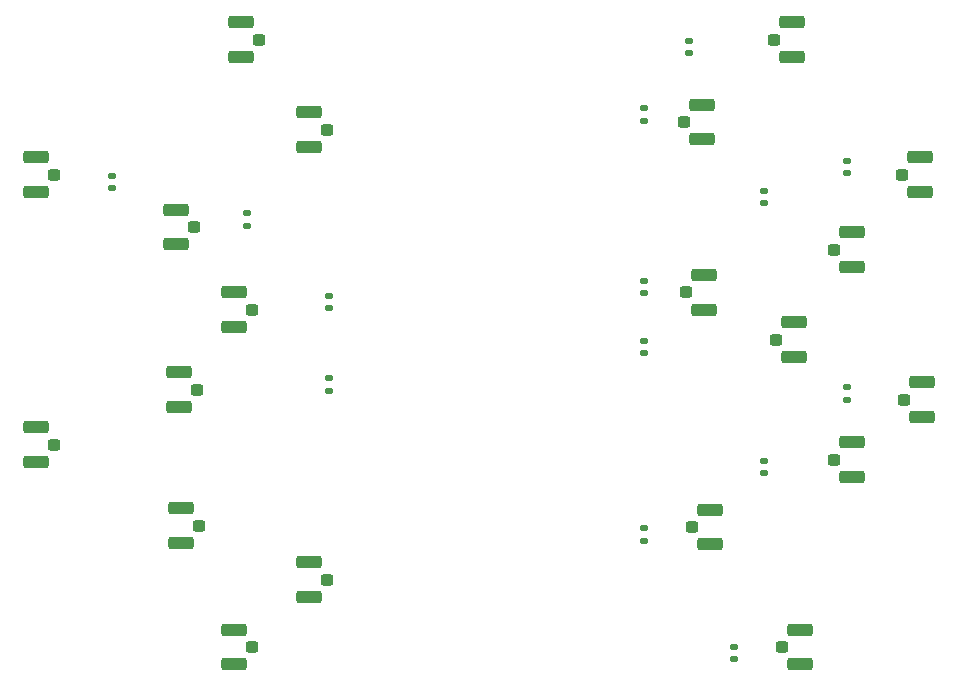
<source format=gbr>
%TF.GenerationSoftware,KiCad,Pcbnew,7.0.10*%
%TF.CreationDate,2024-03-14T12:03:47+01:00*%
%TF.ProjectId,FMC_breakout,464d435f-6272-4656-916b-6f75742e6b69,1.2*%
%TF.SameCoordinates,Original*%
%TF.FileFunction,Paste,Top*%
%TF.FilePolarity,Positive*%
%FSLAX46Y46*%
G04 Gerber Fmt 4.6, Leading zero omitted, Abs format (unit mm)*
G04 Created by KiCad (PCBNEW 7.0.10) date 2024-03-14 12:03:47*
%MOMM*%
%LPD*%
G01*
G04 APERTURE LIST*
G04 Aperture macros list*
%AMRoundRect*
0 Rectangle with rounded corners*
0 $1 Rounding radius*
0 $2 $3 $4 $5 $6 $7 $8 $9 X,Y pos of 4 corners*
0 Add a 4 corners polygon primitive as box body*
4,1,4,$2,$3,$4,$5,$6,$7,$8,$9,$2,$3,0*
0 Add four circle primitives for the rounded corners*
1,1,$1+$1,$2,$3*
1,1,$1+$1,$4,$5*
1,1,$1+$1,$6,$7*
1,1,$1+$1,$8,$9*
0 Add four rect primitives between the rounded corners*
20,1,$1+$1,$2,$3,$4,$5,0*
20,1,$1+$1,$4,$5,$6,$7,0*
20,1,$1+$1,$6,$7,$8,$9,0*
20,1,$1+$1,$8,$9,$2,$3,0*%
G04 Aperture macros list end*
%ADD10RoundRect,0.250000X0.275000X0.250000X-0.275000X0.250000X-0.275000X-0.250000X0.275000X-0.250000X0*%
%ADD11RoundRect,0.250000X0.850000X0.275000X-0.850000X0.275000X-0.850000X-0.275000X0.850000X-0.275000X0*%
%ADD12RoundRect,0.135000X-0.185000X0.135000X-0.185000X-0.135000X0.185000X-0.135000X0.185000X0.135000X0*%
%ADD13RoundRect,0.250000X-0.275000X-0.250000X0.275000X-0.250000X0.275000X0.250000X-0.275000X0.250000X0*%
%ADD14RoundRect,0.250000X-0.850000X-0.275000X0.850000X-0.275000X0.850000X0.275000X-0.850000X0.275000X0*%
%ADD15RoundRect,0.135000X0.185000X-0.135000X0.185000X0.135000X-0.185000X0.135000X-0.185000X-0.135000X0*%
G04 APERTURE END LIST*
D10*
%TO.C,J7*%
X53755000Y-67310000D03*
D11*
X52230000Y-68785000D03*
X52230000Y-65835000D03*
%TD*%
D12*
%TO.C,R4*%
X86360000Y-92835000D03*
X86360000Y-93855000D03*
%TD*%
D13*
%TO.C,J6*%
X102455000Y-102870000D03*
D14*
X103980000Y-101395000D03*
X103980000Y-104345000D03*
%TD*%
D13*
%TO.C,J4*%
X97535000Y-92710000D03*
D14*
X99060000Y-91235000D03*
X99060000Y-94185000D03*
%TD*%
D12*
%TO.C,R20*%
X96520000Y-80135000D03*
X96520000Y-81155000D03*
%TD*%
D13*
%TO.C,J2*%
X89755000Y-74295000D03*
D14*
X91280000Y-72820000D03*
X91280000Y-75770000D03*
%TD*%
D10*
%TO.C,J12*%
X48675000Y-108458000D03*
D11*
X47150000Y-109933000D03*
X47150000Y-106983000D03*
%TD*%
D12*
%TO.C,R1*%
X90170000Y-67435000D03*
X90170000Y-68455000D03*
%TD*%
D11*
%TO.C,J15*%
X34855000Y-77265000D03*
X34855000Y-80215000D03*
D10*
X36380000Y-78740000D03*
%TD*%
D13*
%TO.C,J19*%
X108170000Y-78740000D03*
D14*
X109695000Y-77265000D03*
X109695000Y-80215000D03*
%TD*%
D10*
%TO.C,J11*%
X36380000Y-101600000D03*
D11*
X34855000Y-103075000D03*
X34855000Y-100125000D03*
%TD*%
D15*
%TO.C,R5*%
X103505000Y-97790000D03*
X103505000Y-96770000D03*
%TD*%
D13*
%TO.C,J5*%
X108330000Y-97790000D03*
D14*
X109855000Y-96315000D03*
X109855000Y-99265000D03*
%TD*%
D15*
%TO.C,R14*%
X59690000Y-97030000D03*
X59690000Y-96010000D03*
%TD*%
D10*
%TO.C,J8*%
X59470000Y-74930000D03*
D11*
X57945000Y-76405000D03*
X57945000Y-73455000D03*
%TD*%
D12*
%TO.C,R6*%
X96520000Y-102995000D03*
X96520000Y-104015000D03*
%TD*%
D13*
%TO.C,J20*%
X102455000Y-85090000D03*
D14*
X103980000Y-83615000D03*
X103980000Y-86565000D03*
%TD*%
D12*
%TO.C,R15*%
X41275000Y-79885000D03*
X41275000Y-78865000D03*
%TD*%
D13*
%TO.C,J17*%
X90390000Y-108585000D03*
D14*
X91915000Y-107110000D03*
X91915000Y-110060000D03*
%TD*%
D10*
%TO.C,J10*%
X53120000Y-118745000D03*
D11*
X51595000Y-120220000D03*
X51595000Y-117270000D03*
%TD*%
D13*
%TO.C,J3*%
X89915000Y-88695000D03*
D14*
X91440000Y-87220000D03*
X91440000Y-90170000D03*
%TD*%
D10*
%TO.C,J9*%
X59470000Y-113030000D03*
D11*
X57945000Y-114505000D03*
X57945000Y-111555000D03*
%TD*%
D10*
%TO.C,J14*%
X48515000Y-96950000D03*
D11*
X46990000Y-98425000D03*
X46990000Y-95475000D03*
%TD*%
D12*
%TO.C,R17*%
X86360000Y-108710000D03*
X86360000Y-109730000D03*
%TD*%
D13*
%TO.C,J18*%
X98010000Y-118745000D03*
D14*
X99535000Y-117270000D03*
X99535000Y-120220000D03*
%TD*%
D15*
%TO.C,R3*%
X86360000Y-88775000D03*
X86360000Y-87755000D03*
%TD*%
D10*
%TO.C,J13*%
X53120000Y-90170000D03*
D11*
X51595000Y-91645000D03*
X51595000Y-88695000D03*
%TD*%
D13*
%TO.C,J1*%
X97375000Y-67310000D03*
D14*
X98900000Y-65835000D03*
X98900000Y-68785000D03*
%TD*%
D15*
%TO.C,R19*%
X103505000Y-78615000D03*
X103505000Y-77595000D03*
%TD*%
D12*
%TO.C,R18*%
X93980000Y-118745000D03*
X93980000Y-119765000D03*
%TD*%
D15*
%TO.C,R2*%
X86360000Y-74170000D03*
X86360000Y-73150000D03*
%TD*%
%TO.C,R16*%
X52705000Y-83060000D03*
X52705000Y-82040000D03*
%TD*%
D10*
%TO.C,J16*%
X48260000Y-83185000D03*
D11*
X46735000Y-84660000D03*
X46735000Y-81710000D03*
%TD*%
D15*
%TO.C,R13*%
X59690000Y-90045000D03*
X59690000Y-89025000D03*
%TD*%
M02*

</source>
